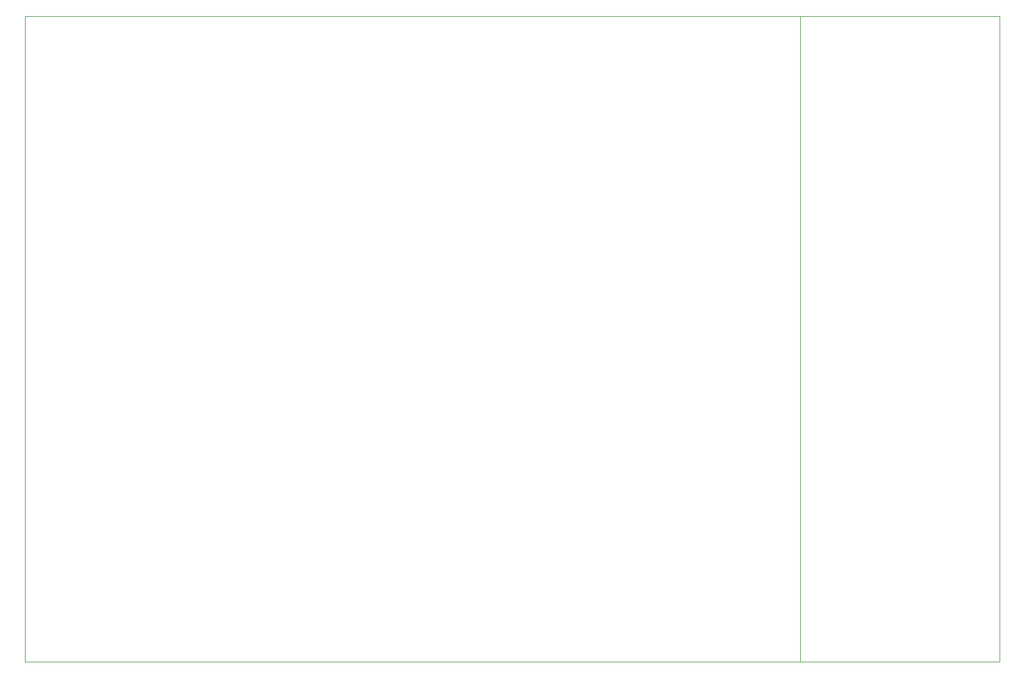
<source format=gbr>
G04 #@! TF.GenerationSoftware,KiCad,Pcbnew,(5.1.2)-1*
G04 #@! TF.CreationDate,2019-05-29T22:51:05-07:00*
G04 #@! TF.ProjectId,1000WConverter_r1_ctrl,31303030-5743-46f6-9e76-65727465725f,rev?*
G04 #@! TF.SameCoordinates,Original*
G04 #@! TF.FileFunction,Profile,NP*
%FSLAX46Y46*%
G04 Gerber Fmt 4.6, Leading zero omitted, Abs format (unit mm)*
G04 Created by KiCad (PCBNEW (5.1.2)-1) date 2019-05-29 22:51:05*
%MOMM*%
%LPD*%
G04 APERTURE LIST*
%ADD10C,0.100000*%
G04 APERTURE END LIST*
D10*
X56000000Y47000000D02*
X56000000Y-47000000D01*
X85000000Y47000000D02*
X85000000Y-47000000D01*
X-57000000Y-47000000D02*
X85000000Y-47000000D01*
X-57000000Y47000000D02*
X-57000000Y-47000000D01*
X-57000000Y47000000D02*
X85000000Y47000000D01*
M02*

</source>
